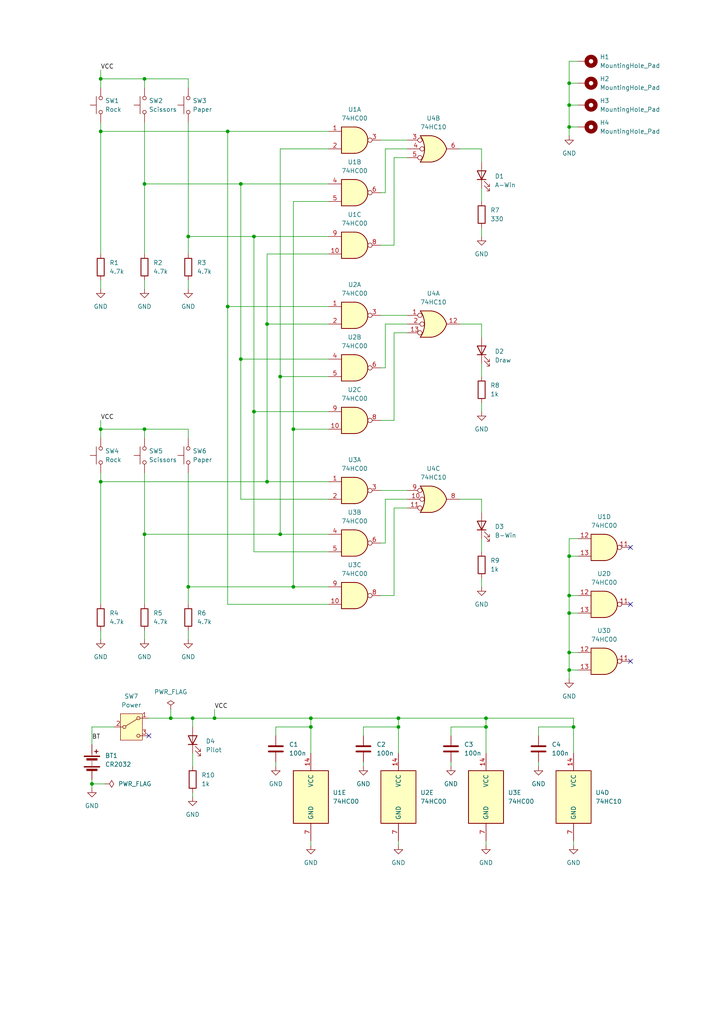
<source format=kicad_sch>
(kicad_sch (version 20231120) (generator "eeschema") (generator_version "8.0")
  (paper "A4" portrait)
  (title_block (title "Rock-paper-scissors SMD") (date "2024-09-25") (rev "V01L01") (company "copyright 2024, BotanicFields, Inc."))
  (lib_symbols
    (symbol "74xx:74HC00" (pin_names (offset 1.016))
      (property "Reference" "U" (at 0 1.27 0))
      (property "Value" "74HC00" (at 0 -1.27 0))
      (symbol "74HC00_1_1"
        (arc (start 0 -3.81) (mid 3.7934 0) (end 0 3.81) (stroke (width 0.254)) (fill (type background)))
        (polyline (pts (xy 0 3.81) (xy -3.81 3.81) (xy -3.81 -3.81) (xy 0 -3.81)) (stroke (width 0.254)) (fill (type background)))
        (pin input line (at -7.62 2.54 0) (length 3.81) (name "~") (number "1"))
        (pin input line (at -7.62 -2.54 0) (length 3.81) (name "~") (number "2"))
        (pin output inverted (at 7.62 0 180) (length 3.81) (name "~") (number "3"))
      )
      (symbol "74HC00_1_2"
        (arc (start -3.81 -3.81) (mid -2.589 0) (end -3.81 3.81) (stroke (width 0.254)))
        (arc (start -0.6096 -3.81) (mid 2.1842 -2.5851) (end 3.81 0) (stroke (width 0.254)) (fill (type background)))
        (polyline (pts (xy -3.81 -3.81) (xy -0.635 -3.81)) (stroke (width 0.254)) (fill (type background)))
        (polyline (pts (xy -3.81 3.81) (xy -0.635 3.81)) (stroke (width 0.254)) (fill (type background)))
        (polyline (pts (xy -0.635 3.81) (xy -3.81 3.81) (xy -3.81 3.81) (xy -3.556 3.4036) (xy -3.0226 2.2606) (xy -2.6924 1.0414) (xy -2.6162 -0.254) (xy -2.7686 -1.4986) (xy -3.175 -2.7178) (xy -3.81 -3.81) (xy -3.81 -3.81) (xy -0.635 -3.81)) (stroke (width -25.4)) (fill (type background)))
        (arc (start 3.81 0) (mid 2.1915 2.5936) (end -0.6096 3.81) (stroke (width 0.254)) (fill (type background)))
        (pin input inverted (at -7.62 2.54 0) (length 4.318) (name "~") (number "1"))
        (pin input inverted (at -7.62 -2.54 0) (length 4.318) (name "~") (number "2"))
        (pin output line (at 7.62 0 180) (length 3.81) (name "~") (number "3"))
      )
      (symbol "74HC00_2_1"
        (arc (start 0 -3.81) (mid 3.7934 0) (end 0 3.81) (stroke (width 0.254)) (fill (type background)))
        (polyline (pts (xy 0 3.81) (xy -3.81 3.81) (xy -3.81 -3.81) (xy 0 -3.81)) (stroke (width 0.254)) (fill (type background)))
        (pin input line (at -7.62 2.54 0) (length 3.81) (name "~") (number "4"))
        (pin input line (at -7.62 -2.54 0) (length 3.81) (name "~") (number "5"))
        (pin output inverted (at 7.62 0 180) (length 3.81) (name "~") (number "6"))
      )
      (symbol "74HC00_2_2"
        (arc (start -3.81 -3.81) (mid -2.589 0) (end -3.81 3.81) (stroke (width 0.254)))
        (arc (start -0.6096 -3.81) (mid 2.1842 -2.5851) (end 3.81 0) (stroke (width 0.254)) (fill (type background)))
        (polyline (pts (xy -3.81 -3.81) (xy -0.635 -3.81)) (stroke (width 0.254)) (fill (type background)))
        (polyline (pts (xy -3.81 3.81) (xy -0.635 3.81)) (stroke (width 0.254)) (fill (type background)))
        (polyline (pts (xy -0.635 3.81) (xy -3.81 3.81) (xy -3.81 3.81) (xy -3.556 3.4036) (xy -3.0226 2.2606) (xy -2.6924 1.0414) (xy -2.6162 -0.254) (xy -2.7686 -1.4986) (xy -3.175 -2.7178) (xy -3.81 -3.81) (xy -3.81 -3.81) (xy -0.635 -3.81)) (stroke (width -25.4)) (fill (type background)))
        (arc (start 3.81 0) (mid 2.1915 2.5936) (end -0.6096 3.81) (stroke (width 0.254)) (fill (type background)))
        (pin input inverted (at -7.62 2.54 0) (length 4.318) (name "~") (number "4"))
        (pin input inverted (at -7.62 -2.54 0) (length 4.318) (name "~") (number "5"))
        (pin output line (at 7.62 0 180) (length 3.81) (name "~") (number "6"))
      )
      (symbol "74HC00_3_1"
        (arc (start 0 -3.81) (mid 3.7934 0) (end 0 3.81) (stroke (width 0.254)) (fill (type background)))
        (polyline (pts (xy 0 3.81) (xy -3.81 3.81) (xy -3.81 -3.81) (xy 0 -3.81)) (stroke (width 0.254)) (fill (type background)))
        (pin input line (at -7.62 -2.54 0) (length 3.81) (name "~") (number "10"))
        (pin output inverted (at 7.62 0 180) (length 3.81) (name "~") (number "8"))
        (pin input line (at -7.62 2.54 0) (length 3.81) (name "~") (number "9"))
      )
      (symbol "74HC00_3_2"
        (arc (start -3.81 -3.81) (mid -2.589 0) (end -3.81 3.81) (stroke (width 0.254)))
        (arc (start -0.6096 -3.81) (mid 2.1842 -2.5851) (end 3.81 0) (stroke (width 0.254)) (fill (type background)))
        (polyline (pts (xy -3.81 -3.81) (xy -0.635 -3.81)) (stroke (width 0.254)) (fill (type background)))
        (polyline (pts (xy -3.81 3.81) (xy -0.635 3.81)) (stroke (width 0.254)) (fill (type background)))
        (polyline (pts (xy -0.635 3.81) (xy -3.81 3.81) (xy -3.81 3.81) (xy -3.556 3.4036) (xy -3.0226 2.2606) (xy -2.6924 1.0414) (xy -2.6162 -0.254) (xy -2.7686 -1.4986) (xy -3.175 -2.7178) (xy -3.81 -3.81) (xy -3.81 -3.81) (xy -0.635 -3.81)) (stroke (width -25.4)) (fill (type background)))
        (arc (start 3.81 0) (mid 2.1915 2.5936) (end -0.6096 3.81) (stroke (width 0.254)) (fill (type background)))
        (pin input inverted (at -7.62 -2.54 0) (length 4.318) (name "~") (number "10"))
        (pin output line (at 7.62 0 180) (length 3.81) (name "~") (number "8"))
        (pin input inverted (at -7.62 2.54 0) (length 4.318) (name "~") (number "9"))
      )
      (symbol "74HC00_4_1"
        (arc (start 0 -3.81) (mid 3.7934 0) (end 0 3.81) (stroke (width 0.254)) (fill (type background)))
        (polyline (pts (xy 0 3.81) (xy -3.81 3.81) (xy -3.81 -3.81) (xy 0 -3.81)) (stroke (width 0.254)) (fill (type background)))
        (pin output inverted (at 7.62 0 180) (length 3.81) (name "~") (number "11"))
        (pin input line (at -7.62 2.54 0) (length 3.81) (name "~") (number "12"))
        (pin input line (at -7.62 -2.54 0) (length 3.81) (name "~") (number "13"))
      )
      (symbol "74HC00_4_2"
        (arc (start -3.81 -3.81) (mid -2.589 0) (end -3.81 3.81) (stroke (width 0.254)))
        (arc (start -0.6096 -3.81) (mid 2.1842 -2.5851) (end 3.81 0) (stroke (width 0.254)) (fill (type background)))
        (polyline (pts (xy -3.81 -3.81) (xy -0.635 -3.81)) (stroke (width 0.254)) (fill (type background)))
        (polyline (pts (xy -3.81 3.81) (xy -0.635 3.81)) (stroke (width 0.254)) (fill (type background)))
        (polyline (pts (xy -0.635 3.81) (xy -3.81 3.81) (xy -3.81 3.81) (xy -3.556 3.4036) (xy -3.0226 2.2606) (xy -2.6924 1.0414) (xy -2.6162 -0.254) (xy -2.7686 -1.4986) (xy -3.175 -2.7178) (xy -3.81 -3.81) (xy -3.81 -3.81) (xy -0.635 -3.81)) (stroke (width -25.4)) (fill (type background)))
        (arc (start 3.81 0) (mid 2.1915 2.5936) (end -0.6096 3.81) (stroke (width 0.254)) (fill (type background)))
        (pin output line (at 7.62 0 180) (length 3.81) (name "~") (number "11"))
        (pin input inverted (at -7.62 2.54 0) (length 4.318) (name "~") (number "12"))
        (pin input inverted (at -7.62 -2.54 0) (length 4.318) (name "~") (number "13"))
      )
      (symbol "74HC00_5_0"
        (pin power_in line (at 0 12.7 270) (length 5.08) (name "VCC") (number "14"))
        (pin power_in line (at 0 -12.7 90) (length 5.08) (name "GND") (number "7"))
      )
      (symbol "74HC00_5_1"
        (rectangle (start -5.08 7.62) (end 5.08 -7.62) (stroke (width 0.254)) (fill (type background)))
      )
    )
    (symbol "74xx:74LS10" (pin_names (offset 1.016))
      (property "Reference" "U" (at 0 1.27 0))
      (property "Value" "74LS10" (at 0 -1.27 0))
      (symbol "74LS10_1_1"
        (arc (start 0 -3.81) (mid 3.7934 0) (end 0 3.81) (stroke (width 0.254)) (fill (type background)))
        (polyline (pts (xy 0 3.81) (xy -3.81 3.81) (xy -3.81 -3.81) (xy 0 -3.81)) (stroke (width 0.254)) (fill (type background)))
        (pin input line (at -7.62 2.54 0) (length 3.81) (name "~") (number "1"))
        (pin output inverted (at 7.62 0 180) (length 3.81) (name "~") (number "12"))
        (pin input line (at -7.62 -2.54 0) (length 3.81) (name "~") (number "13"))
        (pin input line (at -7.62 0 0) (length 3.81) (name "~") (number "2"))
      )
      (symbol "74LS10_1_2"
        (arc (start -3.81 -3.81) (mid -2.589 0) (end -3.81 3.81) (stroke (width 0.254)))
        (arc (start -0.6096 -3.81) (mid 2.1842 -2.5851) (end 3.81 0) (stroke (width 0.254)) (fill (type background)))
        (polyline (pts (xy -3.81 -3.81) (xy -0.635 -3.81)) (stroke (width 0.254)) (fill (type background)))
        (polyline (pts (xy -3.81 3.81) (xy -0.635 3.81)) (stroke (width 0.254)) (fill (type background)))
        (polyline (pts (xy -0.635 3.81) (xy -3.81 3.81) (xy -3.81 3.81) (xy -3.556 3.4036) (xy -3.0226 2.2606) (xy -2.6924 1.0414) (xy -2.6162 -0.254) (xy -2.7686 -1.4986) (xy -3.175 -2.7178) (xy -3.81 -3.81) (xy -3.81 -3.81) (xy -0.635 -3.81)) (stroke (width -25.4)) (fill (type background)))
        (arc (start 3.81 0) (mid 2.1915 2.5936) (end -0.6096 3.81) (stroke (width 0.254)) (fill (type background)))
        (pin input inverted (at -7.62 2.54 0) (length 4.318) (name "~") (number "1"))
        (pin output line (at 7.62 0 180) (length 3.81) (name "~") (number "12"))
        (pin input inverted (at -7.62 -2.54 0) (length 4.318) (name "~") (number "13"))
        (pin input inverted (at -7.62 0 0) (length 4.953) (name "~") (number "2"))
      )
      (symbol "74LS10_2_1"
        (arc (start 0 -3.81) (mid 3.7934 0) (end 0 3.81) (stroke (width 0.254)) (fill (type background)))
        (polyline (pts (xy 0 3.81) (xy -3.81 3.81) (xy -3.81 -3.81) (xy 0 -3.81)) (stroke (width 0.254)) (fill (type background)))
        (pin input line (at -7.62 2.54 0) (length 3.81) (name "~") (number "3"))
        (pin input line (at -7.62 0 0) (length 3.81) (name "~") (number "4"))
        (pin input line (at -7.62 -2.54 0) (length 3.81) (name "~") (number "5"))
        (pin output inverted (at 7.62 0 180) (length 3.81) (name "~") (number "6"))
      )
      (symbol "74LS10_2_2"
        (arc (start -3.81 -3.81) (mid -2.589 0) (end -3.81 3.81) (stroke (width 0.254)))
        (arc (start -0.6096 -3.81) (mid 2.1842 -2.5851) (end 3.81 0) (stroke (width 0.254)) (fill (type background)))
        (polyline (pts (xy -3.81 -3.81) (xy -0.635 -3.81)) (stroke (width 0.254)) (fill (type background)))
        (polyline (pts (xy -3.81 3.81) (xy -0.635 3.81)) (stroke (width 0.254)) (fill (type background)))
        (polyline (pts (xy -0.635 3.81) (xy -3.81 3.81) (xy -3.81 3.81) (xy -3.556 3.4036) (xy -3.0226 2.2606) (xy -2.6924 1.0414) (xy -2.6162 -0.254) (xy -2.7686 -1.4986) (xy -3.175 -2.7178) (xy -3.81 -3.81) (xy -3.81 -3.81) (xy -0.635 -3.81)) (stroke (width -25.4)) (fill (type background)))
        (arc (start 3.81 0) (mid 2.1915 2.5936) (end -0.6096 3.81) (stroke (width 0.254)) (fill (type background)))
        (pin input inverted (at -7.62 2.54 0) (length 4.318) (name "~") (number "3"))
        (pin input inverted (at -7.62 0 0) (length 4.953) (name "~") (number "4"))
        (pin input inverted (at -7.62 -2.54 0) (length 4.318) (name "~") (number "5"))
        (pin output line (at 7.62 0 180) (length 3.81) (name "~") (number "6"))
      )
      (symbol "74LS10_3_1"
        (arc (start 0 -3.81) (mid 3.7934 0) (end 0 3.81) (stroke (width 0.254)) (fill (type background)))
        (polyline (pts (xy 0 3.81) (xy -3.81 3.81) (xy -3.81 -3.81) (xy 0 -3.81)) (stroke (width 0.254)) (fill (type background)))
        (pin input line (at -7.62 0 0) (length 3.81) (name "~") (number "10"))
        (pin input line (at -7.62 -2.54 0) (length 3.81) (name "~") (number "11"))
        (pin output inverted (at 7.62 0 180) (length 3.81) (name "~") (number "8"))
        (pin input line (at -7.62 2.54 0) (length 3.81) (name "~") (number "9"))
      )
      (symbol "74LS10_3_2"
        (arc (start -3.81 -3.81) (mid -2.589 0) (end -3.81 3.81) (stroke (width 0.254)))
        (arc (start -0.6096 -3.81) (mid 2.1842 -2.5851) (end 3.81 0) (stroke (width 0.254)) (fill (type background)))
        (polyline (pts (xy -3.81 -3.81) (xy -0.635 -3.81)) (stroke (width 0.254)) (fill (type background)))
        (polyline (pts (xy -3.81 3.81) (xy -0.635 3.81)) (stroke (width 0.254)) (fill (type background)))
        (polyline (pts (xy -0.635 3.81) (xy -3.81 3.81) (xy -3.81 3.81) (xy -3.556 3.4036) (xy -3.0226 2.2606) (xy -2.6924 1.0414) (xy -2.6162 -0.254) (xy -2.7686 -1.4986) (xy -3.175 -2.7178) (xy -3.81 -3.81) (xy -3.81 -3.81) (xy -0.635 -3.81)) (stroke (width -25.4)) (fill (type background)))
        (arc (start 3.81 0) (mid 2.1915 2.5936) (end -0.6096 3.81) (stroke (width 0.254)) (fill (type background)))
        (pin input inverted (at -7.62 0 0) (length 4.953) (name "~") (number "10"))
        (pin input inverted (at -7.62 -2.54 0) (length 4.318) (name "~") (number "11"))
        (pin output line (at 7.62 0 180) (length 3.81) (name "~") (number "8"))
        (pin input inverted (at -7.62 2.54 0) (length 4.318) (name "~") (number "9"))
      )
      (symbol "74LS10_4_0"
        (pin power_in line (at 0 12.7 270) (length 5.08) (name "VCC") (number "14"))
        (pin power_in line (at 0 -12.7 90) (length 5.08) (name "GND") (number "7"))
      )
      (symbol "74LS10_4_1"
        (rectangle (start -5.08 7.62) (end 5.08 -7.62) (stroke (width 0.254)) (fill (type background)))
      )
    )
    (symbol "Device:Battery" (pin_numbers hide) (pin_names (offset 0) hide)
      (property "Reference" "BT" (at 2.54 2.54 0))
      (property "Value" "Battery" (at 2.54 0 0))
      (symbol "Battery_0_1"
        (rectangle (start -2.286 -1.27) (end 2.286 -1.524) (fill (type outline)))
        (rectangle (start -2.286 1.778) (end 2.286 1.524) (fill (type outline)))
        (rectangle (start -1.524 -2.032) (end 1.524 -2.54) (fill (type outline)))
        (rectangle (start -1.524 1.016) (end 1.524 0.508) (fill (type outline)))
        (polyline (pts (xy 0 -1.016) (xy 0 -0.762)))
        (polyline (pts (xy 0 -0.508) (xy 0 -0.254)))
        (polyline (pts (xy 0 0) (xy 0 0.254)))
        (polyline (pts (xy 0 1.778) (xy 0 2.54)))
        (polyline (pts (xy 0.762 3.048) (xy 1.778 3.048)) (stroke (width 0.254)))
        (polyline (pts (xy 1.27 3.556) (xy 1.27 2.54)) (stroke (width 0.254)))
      )
      (symbol "Battery_1_1"
        (pin passive line (at 0 5.08 270) (length 2.54) (name "+") (number "1"))
        (pin passive line (at 0 -5.08 90) (length 2.54) (name "-") (number "2"))
      )
    )
    (symbol "Device:C" (pin_numbers hide) (pin_names (offset 0.254))
      (property "Reference" "C" (at 0.635 2.54 0))
      (property "Value" "C" (at 0.635 -2.54 0))
      (symbol "C_0_1"
        (polyline (pts (xy -2.032 -0.762) (xy 2.032 -0.762)) (stroke (width 0.508)))
        (polyline (pts (xy -2.032 0.762) (xy 2.032 0.762)) (stroke (width 0.508)))
      )
      (symbol "C_1_1"
        (pin passive line (at 0 3.81 270) (length 2.794) (name "~") (number "1"))
        (pin passive line (at 0 -3.81 90) (length 2.794) (name "~") (number "2"))
      )
    )
    (symbol "Device:LED" (pin_numbers hide) (pin_names (offset 1.016) hide)
      (property "Reference" "D" (at 0 2.54 0))
      (property "Value" "LED" (at 0 -2.54 0))
      (symbol "LED_0_1"
        (polyline (pts (xy -1.27 -1.27) (xy -1.27 1.27)) (stroke (width 0.254)))
        (polyline (pts (xy -1.27 0) (xy 1.27 0)))
        (polyline (pts (xy 1.27 -1.27) (xy 1.27 1.27) (xy -1.27 0) (xy 1.27 -1.27)) (stroke (width 0.254)))
        (polyline (pts (xy -3.048 -0.762) (xy -4.572 -2.286) (xy -3.81 -2.286) (xy -4.572 -2.286) (xy -4.572 -1.524)))
        (polyline (pts (xy -1.778 -0.762) (xy -3.302 -2.286) (xy -2.54 -2.286) (xy -3.302 -2.286) (xy -3.302 -1.524)))
      )
      (symbol "LED_1_1"
        (pin passive line (at -3.81 0 0) (length 2.54) (name "K") (number "1"))
        (pin passive line (at 3.81 0 180) (length 2.54) (name "A") (number "2"))
      )
    )
    (symbol "Device:R" (pin_numbers hide) (pin_names (offset 0))
      (property "Reference" "R" (at 2.032 0 90))
      (property "Value" "R" (at 0 0 90))
      (symbol "R_0_1"
        (rectangle (start -1.016 -2.54) (end 1.016 2.54) (stroke (width 0.254)))
      )
      (symbol "R_1_1"
        (pin passive line (at 0 3.81 270) (length 1.27) (name "~") (number "1"))
        (pin passive line (at 0 -3.81 90) (length 1.27) (name "~") (number "2"))
      )
    )
    (symbol "Mechanical:MountingHole_Pad" (pin_numbers hide) (pin_names (offset 1.016) hide) (exclude_from_sim yes) (in_bom no)
      (property "Reference" "H" (at 0 6.35 0))
      (property "Value" "MountingHole_Pad" (at 0 4.445 0))
      (symbol "MountingHole_Pad_0_1"
        (circle (center 0 1.27) (radius 1.27) (stroke (width 1.27)))
      )
      (symbol "MountingHole_Pad_1_1"
        (pin input line (at 0 -2.54 90) (length 2.54) (name "1") (number "1"))
      )
    )
    (symbol "Switch:SW_Push" (pin_numbers hide) (pin_names (offset 1.016) hide)
      (property "Reference" "SW" (at 1.27 2.54 0))
      (property "Value" "SW_Push" (at 0 -1.524 0))
      (symbol "SW_Push_0_1"
        (circle (center -2.032 0) (radius 0.508))
        (polyline (pts (xy 0 1.27) (xy 0 3.048)))
        (polyline (pts (xy 2.54 1.27) (xy -2.54 1.27)))
        (circle (center 2.032 0) (radius 0.508))
        (pin passive line (at -5.08 0 0) (length 2.54) (name "1") (number "1"))
        (pin passive line (at 5.08 0 180) (length 2.54) (name "2") (number "2"))
      )
    )
    (symbol "Switch:SW_SPDT" (pin_names (offset 0) hide)
      (property "Reference" "SW" (at 0 5.08 0))
      (property "Value" "SW_SPDT" (at 0 -5.08 0))
      (symbol "SW_SPDT_0_1"
        (circle (center -2.032 0) (radius 0.4572))
        (polyline (pts (xy -1.651 0.254) (xy 1.651 2.286)))
        (circle (center 2.032 -2.54) (radius 0.4572))
        (circle (center 2.032 2.54) (radius 0.4572))
      )
      (symbol "SW_SPDT_1_1"
        (rectangle (start -3.175 3.81) (end 3.175 -3.81) (fill (type background)))
        (pin passive line (at 5.08 2.54 180) (length 2.54) (name "A") (number "1"))
        (pin passive line (at -5.08 0 0) (length 2.54) (name "B") (number "2"))
        (pin passive line (at 5.08 -2.54 180) (length 2.54) (name "C") (number "3"))
      )
    )
    (symbol "power:GND" (power) (pin_numbers hide) (pin_names (offset 0) hide)
      (property "Value" "GND" (at 0 -3.81 0))
      (symbol "GND_0_1"
        (polyline (pts (xy 0 0) (xy 0 -1.27) (xy 1.27 -1.27) (xy 0 -2.54) (xy -1.27 -1.27) (xy 0 -1.27)))
      )
      (symbol "GND_1_1"
        (pin power_in line (at 0 0 270) (length 0) (name "~") (number "1"))
      )
    )
    (symbol "power:PWR_FLAG" (power) (pin_numbers hide) (pin_names (offset 0) hide)
      (property "Value" "PWR_FLAG" (at 0 3.81 0))
      (symbol "PWR_FLAG_0_0"
        (pin power_out line (at 0 0 90) (length 0) (name "~") (number "1"))
      )
      (symbol "PWR_FLAG_0_1"
        (polyline (pts (xy 0 0) (xy 0 1.27) (xy -1.016 1.905) (xy 0 2.54) (xy 1.016 1.905) (xy 0 1.27)))
      )
    )
  )
  (junction (at 77.47 93.98))
  (junction (at 90.17 208.28))
  (junction (at 165.1 24.13))
  (junction (at 165.1 189.23))
  (junction (at 54.61 170.18))
  (junction (at 41.91 124.46))
  (junction (at 69.85 104.14))
  (junction (at 85.09 124.46))
  (junction (at 69.85 53.34))
  (junction (at 81.28 109.22))
  (junction (at 73.66 119.38))
  (junction (at 41.91 53.34))
  (junction (at 49.53 208.28))
  (junction (at 55.88 208.28))
  (junction (at 41.91 22.86))
  (junction (at 66.04 88.9))
  (junction (at 165.1 36.83))
  (junction (at 77.47 139.7))
  (junction (at 29.21 139.7))
  (junction (at 140.97 208.28))
  (junction (at 165.1 194.31))
  (junction (at 165.1 161.29))
  (junction (at 81.28 154.94))
  (junction (at 26.67 227.33))
  (junction (at 29.21 22.86))
  (junction (at 29.21 38.1))
  (junction (at 115.57 208.28))
  (junction (at 115.57 210.82))
  (junction (at 41.91 154.94))
  (junction (at 29.21 124.46))
  (junction (at 54.61 68.58))
  (junction (at 73.66 68.58))
  (junction (at 165.1 172.72))
  (junction (at 140.97 210.82))
  (junction (at 166.37 210.82))
  (junction (at 165.1 177.8))
  (junction (at 66.04 38.1))
  (junction (at 62.23 208.28))
  (junction (at 90.17 210.82))
  (junction (at 165.1 30.48))
  (junction (at 85.09 170.18))
  (no_connect (at 43.18 213.36))
  (no_connect (at 182.88 191.77))
  (no_connect (at 182.88 175.26))
  (no_connect (at 182.88 158.75))
  (wire (pts (xy 115.57 210.82) (xy 115.57 218.44)))
  (wire (pts (xy 118.11 144.78) (xy 111.76 144.78)))
  (wire (pts (xy 165.1 30.48) (xy 165.1 36.83)))
  (wire (pts (xy 73.66 68.58) (xy 54.61 68.58)))
  (wire (pts (xy 54.61 35.56) (xy 54.61 68.58)))
  (wire (pts (xy 165.1 36.83) (xy 165.1 39.37)))
  (wire (pts (xy 54.61 81.28) (xy 54.61 83.82)))
  (wire (pts (xy 156.21 220.98) (xy 156.21 222.25)))
  (wire (pts (xy 41.91 53.34) (xy 41.91 73.66)))
  (wire (pts (xy 165.1 172.72) (xy 167.64 172.72)))
  (wire (pts (xy 166.37 208.28) (xy 166.37 210.82)))
  (wire (pts (xy 69.85 104.14) (xy 69.85 144.78)))
  (wire (pts (xy 69.85 144.78) (xy 95.25 144.78)))
  (wire (pts (xy 29.21 182.88) (xy 29.21 185.42)))
  (wire (pts (xy 29.21 25.4) (xy 29.21 22.86)))
  (wire (pts (xy 29.21 38.1) (xy 66.04 38.1)))
  (wire (pts (xy 111.76 55.88) (xy 110.49 55.88)))
  (wire (pts (xy 118.11 45.72) (xy 114.3 45.72)))
  (wire (pts (xy 41.91 22.86) (xy 54.61 22.86)))
  (wire (pts (xy 105.41 210.82) (xy 115.57 210.82)))
  (wire (pts (xy 54.61 170.18) (xy 54.61 175.26)))
  (wire (pts (xy 69.85 53.34) (xy 69.85 104.14)))
  (wire (pts (xy 41.91 22.86) (xy 41.91 25.4)))
  (wire (pts (xy 167.64 156.21) (xy 165.1 156.21)))
  (wire (pts (xy 77.47 139.7) (xy 29.21 139.7)))
  (wire (pts (xy 165.1 172.72) (xy 165.1 177.8)))
  (wire (pts (xy 43.18 208.28) (xy 49.53 208.28)))
  (wire (pts (xy 165.1 161.29) (xy 165.1 172.72)))
  (wire (pts (xy 110.49 40.64) (xy 118.11 40.64)))
  (wire (pts (xy 69.85 104.14) (xy 95.25 104.14)))
  (wire (pts (xy 156.21 210.82) (xy 166.37 210.82)))
  (wire (pts (xy 114.3 96.52) (xy 114.3 121.92)))
  (wire (pts (xy 41.91 182.88) (xy 41.91 185.42)))
  (wire (pts (xy 114.3 147.32) (xy 114.3 172.72)))
  (wire (pts (xy 85.09 170.18) (xy 95.25 170.18)))
  (wire (pts (xy 165.1 30.48) (xy 167.64 30.48)))
  (wire (pts (xy 111.76 43.18) (xy 111.76 55.88)))
  (wire (pts (xy 165.1 24.13) (xy 167.64 24.13)))
  (wire (pts (xy 66.04 175.26) (xy 95.25 175.26)))
  (wire (pts (xy 81.28 109.22) (xy 81.28 43.18)))
  (wire (pts (xy 81.28 154.94) (xy 81.28 109.22)))
  (wire (pts (xy 41.91 154.94) (xy 41.91 175.26)))
  (wire (pts (xy 54.61 124.46) (xy 54.61 127)))
  (wire (pts (xy 77.47 93.98) (xy 77.47 73.66)))
  (wire (pts (xy 29.21 124.46) (xy 41.91 124.46)))
  (wire (pts (xy 130.81 220.98) (xy 130.81 222.25)))
  (wire (pts (xy 73.66 119.38) (xy 95.25 119.38)))
  (wire (pts (xy 73.66 68.58) (xy 73.66 119.38)))
  (wire (pts (xy 41.91 53.34) (xy 69.85 53.34)))
  (wire (pts (xy 73.66 119.38) (xy 73.66 160.02)))
  (wire (pts (xy 80.01 210.82) (xy 90.17 210.82)))
  (wire (pts (xy 165.1 194.31) (xy 165.1 196.85)))
  (wire (pts (xy 29.21 137.16) (xy 29.21 139.7)))
  (wire (pts (xy 41.91 35.56) (xy 41.91 53.34)))
  (wire (pts (xy 130.81 210.82) (xy 140.97 210.82)))
  (wire (pts (xy 29.21 22.86) (xy 41.91 22.86)))
  (wire (pts (xy 165.1 189.23) (xy 167.64 189.23)))
  (wire (pts (xy 111.76 157.48) (xy 110.49 157.48)))
  (wire (pts (xy 85.09 124.46) (xy 85.09 58.42)))
  (wire (pts (xy 105.41 213.36) (xy 105.41 210.82)))
  (wire (pts (xy 29.21 81.28) (xy 29.21 83.82)))
  (wire (pts (xy 54.61 182.88) (xy 54.61 185.42)))
  (wire (pts (xy 77.47 93.98) (xy 95.25 93.98)))
  (wire (pts (xy 85.09 170.18) (xy 54.61 170.18)))
  (wire (pts (xy 110.49 121.92) (xy 114.3 121.92)))
  (wire (pts (xy 139.7 66.04) (xy 139.7 68.58)))
  (wire (pts (xy 90.17 243.84) (xy 90.17 245.11)))
  (wire (pts (xy 41.91 137.16) (xy 41.91 154.94)))
  (wire (pts (xy 41.91 81.28) (xy 41.91 83.82)))
  (wire (pts (xy 41.91 124.46) (xy 54.61 124.46)))
  (wire (pts (xy 29.21 35.56) (xy 29.21 38.1)))
  (wire (pts (xy 140.97 208.28) (xy 166.37 208.28)))
  (wire (pts (xy 29.21 20.32) (xy 29.21 22.86)))
  (wire (pts (xy 133.35 43.18) (xy 139.7 43.18)))
  (wire (pts (xy 139.7 93.98) (xy 139.7 97.79)))
  (wire (pts (xy 167.64 17.78) (xy 165.1 17.78)))
  (wire (pts (xy 85.09 58.42) (xy 95.25 58.42)))
  (wire (pts (xy 140.97 208.28) (xy 140.97 210.82)))
  (wire (pts (xy 55.88 218.44) (xy 55.88 222.25)))
  (wire (pts (xy 77.47 139.7) (xy 77.47 93.98)))
  (wire (pts (xy 110.49 91.44) (xy 118.11 91.44)))
  (wire (pts (xy 114.3 71.12) (xy 110.49 71.12)))
  (wire (pts (xy 166.37 210.82) (xy 166.37 218.44)))
  (wire (pts (xy 166.37 243.84) (xy 166.37 245.11)))
  (wire (pts (xy 133.35 93.98) (xy 139.7 93.98)))
  (wire (pts (xy 66.04 88.9) (xy 95.25 88.9)))
  (wire (pts (xy 156.21 213.36) (xy 156.21 210.82)))
  (wire (pts (xy 111.76 93.98) (xy 111.76 106.68)))
  (wire (pts (xy 62.23 205.74) (xy 62.23 208.28)))
  (wire (pts (xy 111.76 144.78) (xy 111.76 157.48)))
  (wire (pts (xy 139.7 156.21) (xy 139.7 160.02)))
  (wire (pts (xy 29.21 38.1) (xy 29.21 73.66)))
  (wire (pts (xy 139.7 105.41) (xy 139.7 109.22)))
  (wire (pts (xy 69.85 53.34) (xy 95.25 53.34)))
  (wire (pts (xy 118.11 96.52) (xy 114.3 96.52)))
  (wire (pts (xy 133.35 144.78) (xy 139.7 144.78)))
  (wire (pts (xy 85.09 170.18) (xy 85.09 124.46)))
  (wire (pts (xy 66.04 88.9) (xy 66.04 175.26)))
  (wire (pts (xy 140.97 243.84) (xy 140.97 245.11)))
  (wire (pts (xy 165.1 189.23) (xy 165.1 194.31)))
  (wire (pts (xy 165.1 24.13) (xy 165.1 30.48)))
  (wire (pts (xy 114.3 172.72) (xy 110.49 172.72)))
  (wire (pts (xy 55.88 208.28) (xy 62.23 208.28)))
  (wire (pts (xy 165.1 17.78) (xy 165.1 24.13)))
  (wire (pts (xy 26.67 210.82) (xy 33.02 210.82)))
  (wire (pts (xy 139.7 43.18) (xy 139.7 46.99)))
  (wire (pts (xy 90.17 208.28) (xy 90.17 210.82)))
  (wire (pts (xy 111.76 106.68) (xy 110.49 106.68)))
  (wire (pts (xy 29.21 121.92) (xy 29.21 124.46)))
  (wire (pts (xy 62.23 208.28) (xy 90.17 208.28)))
  (wire (pts (xy 26.67 210.82) (xy 26.67 215.9)))
  (wire (pts (xy 90.17 208.28) (xy 115.57 208.28)))
  (wire (pts (xy 80.01 213.36) (xy 80.01 210.82)))
  (wire (pts (xy 55.88 208.28) (xy 55.88 210.82)))
  (wire (pts (xy 66.04 38.1) (xy 95.25 38.1)))
  (wire (pts (xy 139.7 54.61) (xy 139.7 58.42)))
  (wire (pts (xy 118.11 147.32) (xy 114.3 147.32)))
  (wire (pts (xy 139.7 116.84) (xy 139.7 119.38)))
  (wire (pts (xy 41.91 124.46) (xy 41.91 127)))
  (wire (pts (xy 130.81 213.36) (xy 130.81 210.82)))
  (wire (pts (xy 29.21 127) (xy 29.21 124.46)))
  (wire (pts (xy 81.28 154.94) (xy 41.91 154.94)))
  (wire (pts (xy 115.57 243.84) (xy 115.57 245.11)))
  (wire (pts (xy 73.66 160.02) (xy 95.25 160.02)))
  (wire (pts (xy 105.41 220.98) (xy 105.41 222.25)))
  (wire (pts (xy 81.28 109.22) (xy 95.25 109.22)))
  (wire (pts (xy 165.1 177.8) (xy 167.64 177.8)))
  (wire (pts (xy 77.47 139.7) (xy 95.25 139.7)))
  (wire (pts (xy 85.09 124.46) (xy 95.25 124.46)))
  (wire (pts (xy 73.66 68.58) (xy 95.25 68.58)))
  (wire (pts (xy 55.88 229.87) (xy 55.88 231.14)))
  (wire (pts (xy 165.1 156.21) (xy 165.1 161.29)))
  (wire (pts (xy 165.1 194.31) (xy 167.64 194.31)))
  (wire (pts (xy 81.28 154.94) (xy 95.25 154.94)))
  (wire (pts (xy 80.01 220.98) (xy 80.01 222.25)))
  (wire (pts (xy 54.61 137.16) (xy 54.61 170.18)))
  (wire (pts (xy 49.53 205.74) (xy 49.53 208.28)))
  (wire (pts (xy 140.97 210.82) (xy 140.97 218.44)))
  (wire (pts (xy 66.04 38.1) (xy 66.04 88.9)))
  (wire (pts (xy 165.1 161.29) (xy 167.64 161.29)))
  (wire (pts (xy 110.49 142.24) (xy 118.11 142.24)))
  (wire (pts (xy 26.67 226.06) (xy 26.67 227.33)))
  (wire (pts (xy 26.67 227.33) (xy 30.48 227.33)))
  (wire (pts (xy 81.28 43.18) (xy 95.25 43.18)))
  (wire (pts (xy 54.61 68.58) (xy 54.61 73.66)))
  (wire (pts (xy 165.1 177.8) (xy 165.1 189.23)))
  (wire (pts (xy 115.57 208.28) (xy 140.97 208.28)))
  (wire (pts (xy 77.47 73.66) (xy 95.25 73.66)))
  (wire (pts (xy 115.57 208.28) (xy 115.57 210.82)))
  (wire (pts (xy 139.7 167.64) (xy 139.7 170.18)))
  (wire (pts (xy 29.21 139.7) (xy 29.21 175.26)))
  (wire (pts (xy 26.67 227.33) (xy 26.67 228.6)))
  (wire (pts (xy 114.3 45.72) (xy 114.3 71.12)))
  (wire (pts (xy 165.1 36.83) (xy 167.64 36.83)))
  (wire (pts (xy 118.11 43.18) (xy 111.76 43.18)))
  (wire (pts (xy 139.7 144.78) (xy 139.7 148.59)))
  (wire (pts (xy 49.53 208.28) (xy 55.88 208.28)))
  (wire (pts (xy 118.11 93.98) (xy 111.76 93.98)))
  (wire (pts (xy 90.17 210.82) (xy 90.17 218.44)))
  (wire (pts (xy 54.61 22.86) (xy 54.61 25.4)))
  (label "VCC" (at 62.23 205.74 0))
  (label "BT" (at 26.67 214.63 0))
  (label "VCC" (at 29.21 20.32 0))
  (label "VCC" (at 29.21 121.92 0))
  (symbol (lib_id "power:GND") (at 41.91 83.82 0) (unit 1)
    (property "Reference" "#PWR04" (effects (hide yes)))
    (property "Value" "GND" (at 41.91 88.9 0))
    (property "Description" "Power symbol creates a global label with name \"GND\" , ground" (effects (hide yes)))
  )
  (symbol (lib_id "power:GND") (at 139.7 119.38 0) (unit 1)
    (property "Reference" "#PWR015" (effects (hide yes)))
    (property "Value" "GND" (at 139.7 124.46 0))
    (property "Description" "Power symbol creates a global label with name \"GND\" , ground" (effects (hide yes)))
  )
  (symbol (lib_id "power:GND") (at 165.1 39.37 0) (unit 1)
    (property "Reference" "#PWR019" (effects (hide yes)))
    (property "Value" "GND" (at 165.1 44.45 0))
    (property "Description" "Power symbol creates a global label with name \"GND\" , ground" (effects (hide yes)))
  )
  (symbol (lib_id "Device:R") (at 29.21 77.47 0) (unit 1)
    (property "Reference" "R1" (at 31.75 76.1999 0) (effects (justify left)))
    (property "Value" "4.7k" (at 31.75 78.7399 0) (effects (justify left)))
    (property "Footprint" "Resistor_SMD:R_0603_1608Metric" (effects (hide yes)))
    (property "Description" "Resistor" (effects (hide yes)))
  )
  (symbol (lib_id "74xx:74HC00") (at 102.87 172.72 0) (unit 3)
    (property "Reference" "U3" (at 102.8617 163.83 0))
    (property "Value" "74HC00" (at 102.8617 166.37 0))
    (property "Footprint" "Package_SO:SO-14_3.9x8.65mm_P1.27mm" (effects (hide yes)))
    (property "Datasheet" "http://www.ti.com/lit/gpn/sn74hc00" (effects (hide yes)))
    (property "Description" "quad 2-input NAND gate" (effects (hide yes)))
  )
  (symbol (lib_id "power:GND") (at 156.21 222.25 0) (unit 1)
    (property "Reference" "#PWR018" (effects (hide yes)))
    (property "Value" "GND" (at 156.21 227.33 0))
    (property "Description" "Power symbol creates a global label with name \"GND\" , ground" (effects (hide yes)))
  )
  (symbol (lib_id "74xx:74LS10") (at 166.37 231.14 0) (unit 4)
    (property "Reference" "U4" (at 172.72 229.8699 0) (effects (justify left)))
    (property "Value" "74HC10" (at 172.72 232.4099 0) (effects (justify left)))
    (property "Footprint" "Package_SO:SO-14_3.9x8.65mm_P1.27mm" (effects (hide yes)))
    (property "Datasheet" "http://www.ti.com/lit/gpn/sn74LS10" (effects (hide yes)))
    (property "Description" "Triple 3-input NAND" (effects (hide yes)))
  )
  (symbol (lib_id "power:GND") (at 140.97 245.11 0) (unit 1)
    (property "Reference" "#PWR017" (effects (hide yes)))
    (property "Value" "GND" (at 140.97 250.19 0))
    (property "Description" "Power symbol creates a global label with name \"GND\" , ground" (effects (hide yes)))
  )
  (symbol (lib_id "74xx:74HC00") (at 102.87 106.68 0) (unit 2)
    (property "Reference" "U2" (at 102.8617 97.79 0))
    (property "Value" "74HC00" (at 102.8617 100.33 0))
    (property "Footprint" "Package_SO:SO-14_3.9x8.65mm_P1.27mm" (effects (hide yes)))
    (property "Datasheet" "http://www.ti.com/lit/gpn/sn74hc00" (effects (hide yes)))
    (property "Description" "quad 2-input NAND gate" (effects (hide yes)))
  )
  (symbol (lib_id "power:GND") (at 90.17 245.11 0) (unit 1)
    (property "Reference" "#PWR010" (effects (hide yes)))
    (property "Value" "GND" (at 90.17 250.19 0))
    (property "Description" "Power symbol creates a global label with name \"GND\" , ground" (effects (hide yes)))
  )
  (symbol (lib_id "power:GND") (at 130.81 222.25 0) (unit 1)
    (property "Reference" "#PWR013" (effects (hide yes)))
    (property "Value" "GND" (at 130.81 227.33 0))
    (property "Description" "Power symbol creates a global label with name \"GND\" , ground" (effects (hide yes)))
  )
  (symbol (lib_id "Device:R") (at 139.7 113.03 0) (unit 1)
    (property "Reference" "R8" (at 142.24 111.7599 0) (effects (justify left)))
    (property "Value" "1k" (at 142.24 114.2999 0) (effects (justify left)))
    (property "Footprint" "Resistor_SMD:R_0603_1608Metric" (effects (hide yes)))
    (property "Description" "Resistor" (effects (hide yes)))
  )
  (symbol (lib_id "74xx:74HC00") (at 102.87 55.88 0) (unit 2)
    (property "Reference" "U1" (at 102.8617 46.99 0))
    (property "Value" "74HC00" (at 102.8617 49.53 0))
    (property "Footprint" "Package_SO:SO-14_3.9x8.65mm_P1.27mm" (effects (hide yes)))
    (property "Datasheet" "http://www.ti.com/lit/gpn/sn74hc00" (effects (hide yes)))
    (property "Description" "quad 2-input NAND gate" (effects (hide yes)))
  )
  (symbol (lib_id "74xx:74HC00") (at 102.87 157.48 0) (unit 2)
    (property "Reference" "U3" (at 102.8617 148.59 0))
    (property "Value" "74HC00" (at 102.8617 151.13 0))
    (property "Footprint" "Package_SO:SO-14_3.9x8.65mm_P1.27mm" (effects (hide yes)))
    (property "Datasheet" "http://www.ti.com/lit/gpn/sn74hc00" (effects (hide yes)))
    (property "Description" "quad 2-input NAND gate" (effects (hide yes)))
  )
  (symbol (lib_id "Device:C") (at 80.01 217.17 0) (unit 1)
    (property "Reference" "C1" (at 83.82 215.8999 0) (effects (justify left)))
    (property "Value" "100n" (at 83.82 218.4399 0) (effects (justify left)))
    (property "Footprint" "Capacitor_SMD:C_0603_1608Metric" (effects (hide yes)))
    (property "Description" "Unpolarized capacitor" (effects (hide yes)))
  )
  (symbol (lib_id "Device:Battery") (at 26.67 220.98 0) (unit 1)
    (property "Reference" "BT1" (at 30.48 219.1384 0) (effects (justify left)))
    (property "Value" "CR2032" (at 30.48 221.6784 0) (effects (justify left)))
    (property "Footprint" "BF:BF@QJ-BS-6" (effects (hide yes)))
    (property "Description" "Multiple-cell battery" (effects (hide yes)))
  )
  (symbol (lib_id "Mechanical:MountingHole_Pad") (at 170.18 17.78 270) (unit 1) (exclude_from_sim yes) (in_bom no)
    (property "Reference" "H1" (at 173.99 16.5099 90) (effects (justify left)))
    (property "Value" "MountingHole_Pad" (at 173.99 19.0499 90) (effects (justify left)))
    (property "Footprint" "MountingHole:MountingHole_3.2mm_M3_Pad" (effects (hide yes)))
    (property "Description" "Mounting Hole with connection" (effects (hide yes)))
  )
  (symbol (lib_id "Switch:SW_Push") (at 54.61 30.48 90) (unit 1)
    (property "Reference" "SW3" (at 55.88 29.2099 90) (effects (justify right)))
    (property "Value" "Paper" (at 55.88 31.7499 90) (effects (justify right)))
    (property "Footprint" "Button_Switch_THT:SW_PUSH_6mm_H5mm" (effects (hide yes)))
    (property "Description" "Push button switch, generic, two pins" (effects (hide yes)))
  )
  (symbol (lib_id "Switch:SW_Push") (at 54.61 132.08 90) (unit 1)
    (property "Reference" "SW6" (at 55.88 130.8099 90) (effects (justify right)))
    (property "Value" "Paper" (at 55.88 133.3499 90) (effects (justify right)))
    (property "Footprint" "Button_Switch_THT:SW_PUSH_6mm_H5mm" (effects (hide yes)))
    (property "Description" "Push button switch, generic, two pins" (effects (hide yes)))
  )
  (symbol (lib_id "Switch:SW_SPDT") (at 38.1 210.82 0) (unit 1)
    (property "Reference" "SW7" (at 38.1 201.93 0))
    (property "Value" "Power" (at 38.1 204.47 0))
    (property "Footprint" "Button_Switch_SMD:SW_SPDT_PCM12" (effects (hide yes)))
    (property "Description" "Switch, single pole double throw" (effects (hide yes)))
  )
  (symbol (lib_id "Device:C") (at 130.81 217.17 0) (unit 1)
    (property "Reference" "C3" (at 134.62 215.8999 0) (effects (justify left)))
    (property "Value" "100n" (at 134.62 218.4399 0) (effects (justify left)))
    (property "Footprint" "Capacitor_SMD:C_0603_1608Metric" (effects (hide yes)))
    (property "Description" "Unpolarized capacitor" (effects (hide yes)))
  )
  (symbol (lib_id "74xx:74HC00") (at 115.57 231.14 0) (unit 5)
    (property "Reference" "U2" (at 121.92 229.8699 0) (effects (justify left)))
    (property "Value" "74HC00" (at 121.92 232.4099 0) (effects (justify left)))
    (property "Footprint" "Package_SO:SO-14_3.9x8.65mm_P1.27mm" (effects (hide yes)))
    (property "Datasheet" "http://www.ti.com/lit/gpn/sn74hc00" (effects (hide yes)))
    (property "Description" "quad 2-input NAND gate" (effects (hide yes)))
  )
  (symbol (lib_id "power:GND") (at 29.21 83.82 0) (unit 1)
    (property "Reference" "#PWR02" (effects (hide yes)))
    (property "Value" "GND" (at 29.21 88.9 0))
    (property "Description" "Power symbol creates a global label with name \"GND\" , ground" (effects (hide yes)))
  )
  (symbol (lib_id "Device:R") (at 29.21 179.07 0) (unit 1)
    (property "Reference" "R4" (at 31.75 177.7999 0) (effects (justify left)))
    (property "Value" "4.7k" (at 31.75 180.3399 0) (effects (justify left)))
    (property "Footprint" "Resistor_SMD:R_0603_1608Metric" (effects (hide yes)))
    (property "Description" "Resistor" (effects (hide yes)))
  )
  (symbol (lib_id "74xx:74HC00") (at 175.26 191.77 0) (unit 4)
    (property "Reference" "U3" (at 175.2517 182.88 0))
    (property "Value" "74HC00" (at 175.2517 185.42 0))
    (property "Footprint" "Package_SO:SO-14_3.9x8.65mm_P1.27mm" (effects (hide yes)))
    (property "Datasheet" "http://www.ti.com/lit/gpn/sn74hc00" (effects (hide yes)))
    (property "Description" "quad 2-input NAND gate" (effects (hide yes)))
  )
  (symbol (lib_id "power:GND") (at 55.88 231.14 0) (unit 1)
    (property "Reference" "#PWR08" (effects (hide yes)))
    (property "Value" "GND" (at 55.88 236.22 0))
    (property "Description" "Power symbol creates a global label with name \"GND\" , ground" (effects (hide yes)))
  )
  (symbol (lib_id "Device:R") (at 41.91 179.07 0) (unit 1)
    (property "Reference" "R5" (at 44.45 177.7999 0) (effects (justify left)))
    (property "Value" "4.7k" (at 44.45 180.3399 0) (effects (justify left)))
    (property "Footprint" "Resistor_SMD:R_0603_1608Metric" (effects (hide yes)))
    (property "Description" "Resistor" (effects (hide yes)))
  )
  (symbol (lib_id "power:GND") (at 80.01 222.25 0) (unit 1)
    (property "Reference" "#PWR09" (effects (hide yes)))
    (property "Value" "GND" (at 80.01 227.33 0))
    (property "Description" "Power symbol creates a global label with name \"GND\" , ground" (effects (hide yes)))
  )
  (symbol (lib_id "Device:C") (at 105.41 217.17 0) (unit 1)
    (property "Reference" "C2" (at 109.22 215.8999 0) (effects (justify left)))
    (property "Value" "100n" (at 109.22 218.4399 0) (effects (justify left)))
    (property "Footprint" "Capacitor_SMD:C_0603_1608Metric" (effects (hide yes)))
    (property "Description" "Unpolarized capacitor" (effects (hide yes)))
  )
  (symbol (lib_id "power:PWR_FLAG") (at 30.48 227.33 270) (unit 1)
    (property "Reference" "#FLG01" (effects (hide yes)))
    (property "Value" "PWR_FLAG" (at 34.29 227.3299 90) (effects (justify left)))
    (property "Description" "Special symbol for telling ERC where power comes from" (effects (hide yes)))
  )
  (symbol (lib_id "74xx:74HC00") (at 140.97 231.14 0) (unit 5)
    (property "Reference" "U3" (at 147.32 229.8699 0) (effects (justify left)))
    (property "Value" "74HC00" (at 147.32 232.4099 0) (effects (justify left)))
    (property "Footprint" "Package_SO:SO-14_3.9x8.65mm_P1.27mm" (effects (hide yes)))
    (property "Datasheet" "http://www.ti.com/lit/gpn/sn74hc00" (effects (hide yes)))
    (property "Description" "quad 2-input NAND gate" (effects (hide yes)))
  )
  (symbol (lib_id "Device:LED") (at 139.7 101.6 90) (unit 1)
    (property "Reference" "D2" (at 143.51 101.9174 90) (effects (justify right)))
    (property "Value" "Draw" (at 143.51 104.4574 90) (effects (justify right)))
    (property "Footprint" "LED_SMD:LED_0603_1608Metric" (effects (hide yes)))
    (property "Description" "Light emitting diode" (effects (hide yes)))
  )
  (symbol (lib_id "Device:R") (at 139.7 163.83 0) (unit 1)
    (property "Reference" "R9" (at 142.24 162.5599 0) (effects (justify left)))
    (property "Value" "1k" (at 142.24 165.0999 0) (effects (justify left)))
    (property "Footprint" "Resistor_SMD:R_0603_1608Metric" (effects (hide yes)))
    (property "Description" "Resistor" (effects (hide yes)))
  )
  (symbol (lib_id "Device:R") (at 54.61 179.07 0) (unit 1)
    (property "Reference" "R6" (at 57.15 177.7999 0) (effects (justify left)))
    (property "Value" "4.7k" (at 57.15 180.3399 0) (effects (justify left)))
    (property "Footprint" "Resistor_SMD:R_0603_1608Metric" (effects (hide yes)))
    (property "Description" "Resistor" (effects (hide yes)))
  )
  (symbol (lib_id "Device:LED") (at 55.88 214.63 90) (unit 1)
    (property "Reference" "D4" (at 59.69 214.9474 90) (effects (justify right)))
    (property "Value" "Pilot" (at 59.69 217.4874 90) (effects (justify right)))
    (property "Footprint" "LED_SMD:LED_0603_1608Metric" (effects (hide yes)))
    (property "Description" "Light emitting diode" (effects (hide yes)))
  )
  (symbol (lib_id "Device:R") (at 54.61 77.47 0) (unit 1)
    (property "Reference" "R3" (at 57.15 76.1999 0) (effects (justify left)))
    (property "Value" "4.7k" (at 57.15 78.7399 0) (effects (justify left)))
    (property "Footprint" "Resistor_SMD:R_0603_1608Metric" (effects (hide yes)))
    (property "Description" "Resistor" (effects (hide yes)))
  )
  (symbol (lib_id "Device:C") (at 156.21 217.17 0) (unit 1)
    (property "Reference" "C4" (at 160.02 215.8999 0) (effects (justify left)))
    (property "Value" "100n" (at 160.02 218.4399 0) (effects (justify left)))
    (property "Footprint" "Capacitor_SMD:C_0603_1608Metric" (effects (hide yes)))
    (property "Description" "Unpolarized capacitor" (effects (hide yes)))
  )
  (symbol (lib_id "74xx:74HC00") (at 90.17 231.14 0) (unit 5)
    (property "Reference" "U1" (at 96.52 229.8699 0) (effects (justify left)))
    (property "Value" "74HC00" (at 96.52 232.4099 0) (effects (justify left)))
    (property "Footprint" "Package_SO:SO-14_3.9x8.65mm_P1.27mm" (effects (hide yes)))
    (property "Datasheet" "http://www.ti.com/lit/gpn/sn74hc00" (effects (hide yes)))
    (property "Description" "quad 2-input NAND gate" (effects (hide yes)))
  )
  (symbol (lib_id "Mechanical:MountingHole_Pad") (at 170.18 30.48 270) (unit 1) (exclude_from_sim yes) (in_bom no)
    (property "Reference" "H3" (at 173.99 29.2099 90) (effects (justify left)))
    (property "Value" "MountingHole_Pad" (at 173.99 31.7499 90) (effects (justify left)))
    (property "Footprint" "MountingHole:MountingHole_3.2mm_M3_Pad" (effects (hide yes)))
    (property "Description" "Mounting Hole with connection" (effects (hide yes)))
  )
  (symbol (lib_id "power:PWR_FLAG") (at 49.53 205.74 0) (unit 1)
    (property "Reference" "#FLG02" (effects (hide yes)))
    (property "Value" "PWR_FLAG" (at 49.53 200.66 0))
    (property "Description" "Special symbol for telling ERC where power comes from" (effects (hide yes)))
  )
  (symbol (lib_id "Switch:SW_Push") (at 29.21 132.08 90) (unit 1)
    (property "Reference" "SW4" (at 30.48 130.8099 90) (effects (justify right)))
    (property "Value" "Rock" (at 30.48 133.3499 90) (effects (justify right)))
    (property "Footprint" "Button_Switch_THT:SW_PUSH_6mm_H5mm" (effects (hide yes)))
    (property "Description" "Push button switch, generic, two pins" (effects (hide yes)))
  )
  (symbol (lib_id "power:GND") (at 54.61 83.82 0) (unit 1)
    (property "Reference" "#PWR06" (effects (hide yes)))
    (property "Value" "GND" (at 54.61 88.9 0))
    (property "Description" "Power symbol creates a global label with name \"GND\" , ground" (effects (hide yes)))
  )
  (symbol (lib_id "power:GND") (at 41.91 185.42 0) (unit 1)
    (property "Reference" "#PWR05" (effects (hide yes)))
    (property "Value" "GND" (at 41.91 190.5 0))
    (property "Description" "Power symbol creates a global label with name \"GND\" , ground" (effects (hide yes)))
  )
  (symbol (lib_id "74xx:74HC00") (at 102.87 121.92 0) (unit 3)
    (property "Reference" "U2" (at 102.8617 113.03 0))
    (property "Value" "74HC00" (at 102.8617 115.57 0))
    (property "Footprint" "Package_SO:SO-14_3.9x8.65mm_P1.27mm" (effects (hide yes)))
    (property "Datasheet" "http://www.ti.com/lit/gpn/sn74hc00" (effects (hide yes)))
    (property "Description" "quad 2-input NAND gate" (effects (hide yes)))
  )
  (symbol (lib_id "74xx:74HC00") (at 102.87 71.12 0) (unit 3)
    (property "Reference" "U1" (at 102.8617 62.23 0))
    (property "Value" "74HC00" (at 102.8617 64.77 0))
    (property "Footprint" "Package_SO:SO-14_3.9x8.65mm_P1.27mm" (effects (hide yes)))
    (property "Datasheet" "http://www.ti.com/lit/gpn/sn74hc00" (effects (hide yes)))
    (property "Description" "quad 2-input NAND gate" (effects (hide yes)))
  )
  (symbol (lib_id "power:GND") (at 139.7 170.18 0) (unit 1)
    (property "Reference" "#PWR016" (effects (hide yes)))
    (property "Value" "GND" (at 139.7 175.26 0))
    (property "Description" "Power symbol creates a global label with name \"GND\" , ground" (effects (hide yes)))
  )
  (symbol (lib_id "Device:LED") (at 139.7 50.8 90) (unit 1)
    (property "Reference" "D1" (at 143.51 51.1174 90) (effects (justify right)))
    (property "Value" "A-Win" (at 143.51 53.6574 90) (effects (justify right)))
    (property "Footprint" "LED_SMD:LED_0603_1608Metric" (effects (hide yes)))
    (property "Description" "Light emitting diode" (effects (hide yes)))
  )
  (symbol (lib_id "Device:R") (at 139.7 62.23 0) (unit 1)
    (property "Reference" "R7" (at 142.24 60.9599 0) (effects (justify left)))
    (property "Value" "330" (at 142.24 63.4999 0) (effects (justify left)))
    (property "Footprint" "Resistor_SMD:R_0603_1608Metric" (effects (hide yes)))
    (property "Description" "Resistor" (effects (hide yes)))
  )
  (symbol (lib_id "Device:LED") (at 139.7 152.4 90) (unit 1)
    (property "Reference" "D3" (at 143.51 152.7174 90) (effects (justify right)))
    (property "Value" "B-Win" (at 143.51 155.2574 90) (effects (justify right)))
    (property "Footprint" "LED_SMD:LED_0603_1608Metric" (effects (hide yes)))
    (property "Description" "Light emitting diode" (effects (hide yes)))
  )
  (symbol (lib_id "power:GND") (at 54.61 185.42 0) (unit 1)
    (property "Reference" "#PWR07" (effects (hide yes)))
    (property "Value" "GND" (at 54.61 190.5 0))
    (property "Description" "Power symbol creates a global label with name \"GND\" , ground" (effects (hide yes)))
  )
  (symbol (lib_id "74xx:74LS10") (at 125.73 43.18 0) (unit 2) (convert 2)
    (property "Reference" "U4" (at 125.7217 34.29 0))
    (property "Value" "74HC10" (at 125.7217 36.83 0))
    (property "Footprint" "Package_SO:SO-14_3.9x8.65mm_P1.27mm" (effects (hide yes)))
    (property "Datasheet" "http://www.ti.com/lit/gpn/sn74LS10" (effects (hide yes)))
    (property "Description" "Triple 3-input NAND" (effects (hide yes)))
  )
  (symbol (lib_id "Device:R") (at 55.88 226.06 0) (unit 1)
    (property "Reference" "R10" (at 58.42 224.7899 0) (effects (justify left)))
    (property "Value" "1k" (at 58.42 227.3299 0) (effects (justify left)))
    (property "Footprint" "Resistor_SMD:R_0603_1608Metric" (effects (hide yes)))
    (property "Description" "Resistor" (effects (hide yes)))
  )
  (symbol (lib_id "Switch:SW_Push") (at 29.21 30.48 90) (unit 1)
    (property "Reference" "SW1" (at 30.48 29.2099 90) (effects (justify right)))
    (property "Value" "Rock" (at 30.48 31.7499 90) (effects (justify right)))
    (property "Footprint" "Button_Switch_THT:SW_PUSH_6mm_H5mm" (effects (hide yes)))
    (property "Description" "Push button switch, generic, two pins" (effects (hide yes)))
  )
  (symbol (lib_id "power:GND") (at 165.1 196.85 0) (unit 1)
    (property "Reference" "#PWR020" (effects (hide yes)))
    (property "Value" "GND" (at 165.1 201.93 0))
    (property "Description" "Power symbol creates a global label with name \"GND\" , ground" (effects (hide yes)))
  )
  (symbol (lib_id "power:GND") (at 115.57 245.11 0) (unit 1)
    (property "Reference" "#PWR012" (effects (hide yes)))
    (property "Value" "GND" (at 115.57 250.19 0))
    (property "Description" "Power symbol creates a global label with name \"GND\" , ground" (effects (hide yes)))
  )
  (symbol (lib_id "Device:R") (at 41.91 77.47 0) (unit 1)
    (property "Reference" "R2" (at 44.45 76.1999 0) (effects (justify left)))
    (property "Value" "4.7k" (at 44.45 78.7399 0) (effects (justify left)))
    (property "Footprint" "Resistor_SMD:R_0603_1608Metric" (effects (hide yes)))
    (property "Description" "Resistor" (effects (hide yes)))
  )
  (symbol (lib_id "74xx:74HC00") (at 102.87 142.24 0) (unit 1)
    (property "Reference" "U3" (at 102.8617 133.35 0))
    (property "Value" "74HC00" (at 102.8617 135.89 0))
    (property "Footprint" "Package_SO:SO-14_3.9x8.65mm_P1.27mm" (effects (hide yes)))
    (property "Datasheet" "http://www.ti.com/lit/gpn/sn74hc00" (effects (hide yes)))
    (property "Description" "quad 2-input NAND gate" (effects (hide yes)))
  )
  (symbol (lib_id "74xx:74LS10") (at 125.73 144.78 0) (unit 3) (convert 2)
    (property "Reference" "U4" (at 125.7217 135.89 0))
    (property "Value" "74HC10" (at 125.7217 138.43 0))
    (property "Footprint" "Package_SO:SO-14_3.9x8.65mm_P1.27mm" (effects (hide yes)))
    (property "Datasheet" "http://www.ti.com/lit/gpn/sn74LS10" (effects (hide yes)))
    (property "Description" "Triple 3-input NAND" (effects (hide yes)))
  )
  (symbol (lib_id "Switch:SW_Push") (at 41.91 30.48 90) (unit 1)
    (property "Reference" "SW2" (at 43.18 29.2099 90) (effects (justify right)))
    (property "Value" "Scissors" (at 43.18 31.7499 90) (effects (justify right)))
    (property "Footprint" "Button_Switch_THT:SW_PUSH_6mm_H5mm" (effects (hide yes)))
    (property "Description" "Push button switch, generic, two pins" (effects (hide yes)))
  )
  (symbol (lib_id "power:GND") (at 29.21 185.42 0) (unit 1)
    (property "Reference" "#PWR03" (effects (hide yes)))
    (property "Value" "GND" (at 29.21 190.5 0))
    (property "Description" "Power symbol creates a global label with name \"GND\" , ground" (effects (hide yes)))
  )
  (symbol (lib_id "power:GND") (at 26.67 228.6 0) (unit 1)
    (property "Reference" "#PWR01" (effects (hide yes)))
    (property "Value" "GND" (at 26.67 233.68 0))
    (property "Description" "Power symbol creates a global label with name \"GND\" , ground" (effects (hide yes)))
  )
  (symbol (lib_id "74xx:74HC00") (at 175.26 158.75 0) (unit 4)
    (property "Reference" "U1" (at 175.2517 149.86 0))
    (property "Value" "74HC00" (at 175.2517 152.4 0))
    (property "Footprint" "Package_SO:SO-14_3.9x8.65mm_P1.27mm" (effects (hide yes)))
    (property "Datasheet" "http://www.ti.com/lit/gpn/sn74hc00" (effects (hide yes)))
    (property "Description" "quad 2-input NAND gate" (effects (hide yes)))
  )
  (symbol (lib_id "power:GND") (at 166.37 245.11 0) (unit 1)
    (property "Reference" "#PWR021" (effects (hide yes)))
    (property "Value" "GND" (at 166.37 250.19 0))
    (property "Description" "Power symbol creates a global label with name \"GND\" , ground" (effects (hide yes)))
  )
  (symbol (lib_id "Switch:SW_Push") (at 41.91 132.08 90) (unit 1)
    (property "Reference" "SW5" (at 43.18 130.8099 90) (effects (justify right)))
    (property "Value" "Scissors" (at 43.18 133.3499 90) (effects (justify right)))
    (property "Footprint" "Button_Switch_THT:SW_PUSH_6mm_H5mm" (effects (hide yes)))
    (property "Description" "Push button switch, generic, two pins" (effects (hide yes)))
  )
  (symbol (lib_id "74xx:74HC00") (at 175.26 175.26 0) (unit 4)
    (property "Reference" "U2" (at 175.2517 166.37 0))
    (property "Value" "74HC00" (at 175.2517 168.91 0))
    (property "Footprint" "Package_SO:SO-14_3.9x8.65mm_P1.27mm" (effects (hide yes)))
    (property "Datasheet" "http://www.ti.com/lit/gpn/sn74hc00" (effects (hide yes)))
    (property "Description" "quad 2-input NAND gate" (effects (hide yes)))
  )
  (symbol (lib_id "74xx:74LS10") (at 125.73 93.98 0) (unit 1) (convert 2)
    (property "Reference" "U4" (at 125.7217 85.09 0))
    (property "Value" "74HC10" (at 125.7217 87.63 0))
    (property "Footprint" "Package_SO:SO-14_3.9x8.65mm_P1.27mm" (effects (hide yes)))
    (property "Datasheet" "http://www.ti.com/lit/gpn/sn74LS10" (effects (hide yes)))
    (property "Description" "Triple 3-input NAND" (effects (hide yes)))
  )
  (symbol (lib_id "Mechanical:MountingHole_Pad") (at 170.18 36.83 270) (unit 1) (exclude_from_sim yes) (in_bom no)
    (property "Reference" "H4" (at 173.99 35.5599 90) (effects (justify left)))
    (property "Value" "MountingHole_Pad" (at 173.99 38.0999 90) (effects (justify left)))
    (property "Footprint" "MountingHole:MountingHole_3.2mm_M3_Pad" (effects (hide yes)))
    (property "Description" "Mounting Hole with connection" (effects (hide yes)))
  )
  (symbol (lib_id "power:GND") (at 139.7 68.58 0) (unit 1)
    (property "Reference" "#PWR014" (effects (hide yes)))
    (property "Value" "GND" (at 139.7 73.66 0))
    (property "Description" "Power symbol creates a global label with name \"GND\" , ground" (effects (hide yes)))
  )
  (symbol (lib_id "74xx:74HC00") (at 102.87 40.64 0) (unit 1)
    (property "Reference" "U1" (at 102.8617 31.75 0))
    (property "Value" "74HC00" (at 102.8617 34.29 0))
    (property "Footprint" "Package_SO:SO-14_3.9x8.65mm_P1.27mm" (effects (hide yes)))
    (property "Datasheet" "http://www.ti.com/lit/gpn/sn74hc00" (effects (hide yes)))
    (property "Description" "quad 2-input NAND gate" (effects (hide yes)))
  )
  (symbol (lib_id "power:GND") (at 105.41 222.25 0) (unit 1)
    (property "Reference" "#PWR011" (effects (hide yes)))
    (property "Value" "GND" (at 105.41 227.33 0))
    (property "Description" "Power symbol creates a global label with name \"GND\" , ground" (effects (hide yes)))
  )
  (symbol (lib_id "Mechanical:MountingHole_Pad") (at 170.18 24.13 270) (unit 1) (exclude_from_sim yes) (in_bom no)
    (property "Reference" "H2" (at 173.99 22.8599 90) (effects (justify left)))
    (property "Value" "MountingHole_Pad" (at 173.99 25.3999 90) (effects (justify left)))
    (property "Footprint" "MountingHole:MountingHole_3.2mm_M3_Pad" (effects (hide yes)))
    (property "Description" "Mounting Hole with connection" (effects (hide yes)))
  )
  (symbol (lib_id "74xx:74HC00") (at 102.87 91.44 0) (unit 1)
    (property "Reference" "U2" (at 102.8617 82.55 0))
    (property "Value" "74HC00" (at 102.8617 85.09 0))
    (property "Footprint" "Package_SO:SO-14_3.9x8.65mm_P1.27mm" (effects (hide yes)))
    (property "Datasheet" "http://www.ti.com/lit/gpn/sn74hc00" (effects (hide yes)))
    (property "Description" "quad 2-input NAND gate" (effects (hide yes)))
  )
)
</source>
